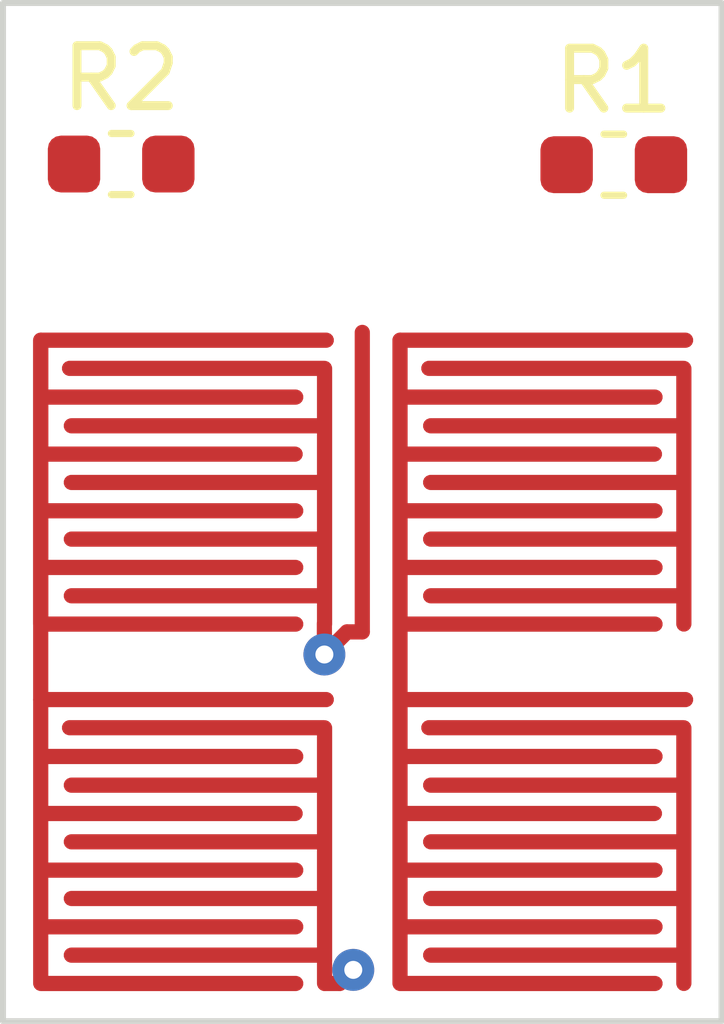
<source format=kicad_pcb>
(kicad_pcb (version 20171130) (host pcbnew "(5.1.6)-1")

  (general
    (thickness 1.6)
    (drawings 1)
    (tracks 10)
    (zones 0)
    (modules 6)
    (nets 5)
  )

  (page A4)
  (layers
    (0 F.Cu signal)
    (31 B.Cu signal)
    (32 B.Adhes user)
    (33 F.Adhes user)
    (34 B.Paste user)
    (35 F.Paste user)
    (36 B.SilkS user)
    (37 F.SilkS user)
    (38 B.Mask user)
    (39 F.Mask user)
    (40 Dwgs.User user)
    (41 Cmts.User user)
    (42 Eco1.User user)
    (43 Eco2.User user)
    (44 Edge.Cuts user)
    (45 Margin user)
    (46 B.CrtYd user)
    (47 F.CrtYd user)
    (48 B.Fab user hide)
    (49 F.Fab user hide)
  )

  (setup
    (last_trace_width 0.254)
    (trace_clearance 0.1524)
    (zone_clearance 0.508)
    (zone_45_only no)
    (trace_min 0.2)
    (via_size 0.7)
    (via_drill 0.3)
    (via_min_size 0.4)
    (via_min_drill 0.3)
    (uvia_size 0.3)
    (uvia_drill 0.1)
    (uvias_allowed no)
    (uvia_min_size 0.2)
    (uvia_min_drill 0.1)
    (edge_width 0.05)
    (segment_width 0.2)
    (pcb_text_width 0.3)
    (pcb_text_size 1.5 1.5)
    (mod_edge_width 0.12)
    (mod_text_size 1 1)
    (mod_text_width 0.15)
    (pad_size 1.524 1.524)
    (pad_drill 0.762)
    (pad_to_mask_clearance 0.05)
    (aux_axis_origin 0 0)
    (grid_origin 117 53)
    (visible_elements 7FFFFFFF)
    (pcbplotparams
      (layerselection 0x010fc_ffffffff)
      (usegerberextensions false)
      (usegerberattributes true)
      (usegerberadvancedattributes true)
      (creategerberjobfile true)
      (excludeedgelayer true)
      (linewidth 0.100000)
      (plotframeref false)
      (viasonmask false)
      (mode 1)
      (useauxorigin false)
      (hpglpennumber 1)
      (hpglpenspeed 20)
      (hpglpendiameter 15.000000)
      (psnegative false)
      (psa4output false)
      (plotreference true)
      (plotvalue true)
      (plotinvisibletext false)
      (padsonsilk false)
      (subtractmaskfromsilk false)
      (outputformat 1)
      (mirror false)
      (drillshape 1)
      (scaleselection 1)
      (outputdirectory ""))
  )

  (net 0 "")
  (net 1 /Col_2)
  (net 2 /Row_1)
  (net 3 /Col_1)
  (net 4 /Row_2)

  (net_class Default "This is the default net class."
    (clearance 0.1524)
    (trace_width 0.254)
    (via_dia 0.7)
    (via_drill 0.3)
    (uvia_dia 0.3)
    (uvia_drill 0.1)
    (add_net /Col_1)
    (add_net /Col_2)
    (add_net /Row_1)
    (add_net /Row_2)
  )

  (module Resistor_SMD:R_0603_1608Metric (layer F.Cu) (tedit 5B301BBD) (tstamp 616B74D7)
    (at 118.97358 50.6886)
    (descr "Resistor SMD 0603 (1608 Metric), square (rectangular) end terminal, IPC_7351 nominal, (Body size source: http://www.tortai-tech.com/upload/download/2011102023233369053.pdf), generated with kicad-footprint-generator")
    (tags resistor)
    (path /616BBB1D)
    (attr smd)
    (fp_text reference R2 (at 0 -1.43) (layer F.SilkS)
      (effects (font (size 1 1) (thickness 0.15)))
    )
    (fp_text value R_Small_US (at 0 1.43) (layer F.Fab)
      (effects (font (size 1 1) (thickness 0.15)))
    )
    (fp_line (start 1.48 0.73) (end -1.48 0.73) (layer F.CrtYd) (width 0.05))
    (fp_line (start 1.48 -0.73) (end 1.48 0.73) (layer F.CrtYd) (width 0.05))
    (fp_line (start -1.48 -0.73) (end 1.48 -0.73) (layer F.CrtYd) (width 0.05))
    (fp_line (start -1.48 0.73) (end -1.48 -0.73) (layer F.CrtYd) (width 0.05))
    (fp_line (start -0.162779 0.51) (end 0.162779 0.51) (layer F.SilkS) (width 0.12))
    (fp_line (start -0.162779 -0.51) (end 0.162779 -0.51) (layer F.SilkS) (width 0.12))
    (fp_line (start 0.8 0.4) (end -0.8 0.4) (layer F.Fab) (width 0.1))
    (fp_line (start 0.8 -0.4) (end 0.8 0.4) (layer F.Fab) (width 0.1))
    (fp_line (start -0.8 -0.4) (end 0.8 -0.4) (layer F.Fab) (width 0.1))
    (fp_line (start -0.8 0.4) (end -0.8 -0.4) (layer F.Fab) (width 0.1))
    (fp_text user %R (at 0 0) (layer F.Fab)
      (effects (font (size 0.4 0.4) (thickness 0.06)))
    )
    (pad 2 smd roundrect (at 0.7875 0) (size 0.875 0.95) (layers F.Cu F.Paste F.Mask) (roundrect_rratio 0.25)
      (net 2 /Row_1))
    (pad 1 smd roundrect (at -0.7875 0) (size 0.875 0.95) (layers F.Cu F.Paste F.Mask) (roundrect_rratio 0.25)
      (net 4 /Row_2))
    (model ${KISYS3DMOD}/Resistor_SMD.3dshapes/R_0603_1608Metric.wrl
      (at (xyz 0 0 0))
      (scale (xyz 1 1 1))
      (rotate (xyz 0 0 0))
    )
  )

  (module Resistor_SMD:R_0603_1608Metric (layer F.Cu) (tedit 5B301BBD) (tstamp 616B7485)
    (at 127.2 50.7 180)
    (descr "Resistor SMD 0603 (1608 Metric), square (rectangular) end terminal, IPC_7351 nominal, (Body size source: http://www.tortai-tech.com/upload/download/2011102023233369053.pdf), generated with kicad-footprint-generator")
    (tags resistor)
    (path /616BB251)
    (attr smd)
    (fp_text reference R1 (at 0 1.4) (layer F.SilkS)
      (effects (font (size 1 1) (thickness 0.15)))
    )
    (fp_text value R_Small_US (at 0 1.43) (layer F.Fab)
      (effects (font (size 1 1) (thickness 0.15)))
    )
    (fp_line (start 1.48 0.73) (end -1.48 0.73) (layer F.CrtYd) (width 0.05))
    (fp_line (start 1.48 -0.73) (end 1.48 0.73) (layer F.CrtYd) (width 0.05))
    (fp_line (start -1.48 -0.73) (end 1.48 -0.73) (layer F.CrtYd) (width 0.05))
    (fp_line (start -1.48 0.73) (end -1.48 -0.73) (layer F.CrtYd) (width 0.05))
    (fp_line (start -0.162779 0.51) (end 0.162779 0.51) (layer F.SilkS) (width 0.12))
    (fp_line (start -0.162779 -0.51) (end 0.162779 -0.51) (layer F.SilkS) (width 0.12))
    (fp_line (start 0.8 0.4) (end -0.8 0.4) (layer F.Fab) (width 0.1))
    (fp_line (start 0.8 -0.4) (end 0.8 0.4) (layer F.Fab) (width 0.1))
    (fp_line (start -0.8 -0.4) (end 0.8 -0.4) (layer F.Fab) (width 0.1))
    (fp_line (start -0.8 0.4) (end -0.8 -0.4) (layer F.Fab) (width 0.1))
    (fp_text user %R (at 0 0) (layer F.Fab)
      (effects (font (size 0.4 0.4) (thickness 0.06)))
    )
    (pad 2 smd roundrect (at 0.7875 0 180) (size 0.875 0.95) (layers F.Cu F.Paste F.Mask) (roundrect_rratio 0.25)
      (net 3 /Col_1))
    (pad 1 smd roundrect (at -0.7875 0 180) (size 0.875 0.95) (layers F.Cu F.Paste F.Mask) (roundrect_rratio 0.25)
      (net 1 /Col_2))
    (model ${KISYS3DMOD}/Resistor_SMD.3dshapes/R_0603_1608Metric.wrl
      (at (xyz 0 0 0))
      (scale (xyz 1 1 1))
      (rotate (xyz 0 0 0))
    )
  )

  (module MyLibs:PCB_Fork_10mils_5mmx5mm (layer F.Cu) (tedit 5FA85E24) (tstamp 616B70EC)
    (at 123.5 59.5)
    (path /616B5F47)
    (fp_text reference J4 (at 1.975 -1.325) (layer F.Fab)
      (effects (font (size 1 1) (thickness 0.15)))
    )
    (fp_text value Conn_01x02_Male (at -0.025 5.95) (layer F.Fab)
      (effects (font (size 1 1) (thickness 0.15)))
    )
    (pad 1 smd custom (at 4.875 4.875) (size 0.24 0.24) (layers F.Cu F.Mask)
      (net 4 /Row_2) (zone_connect 0)
      (options (clearance outline) (anchor circle))
      (primitives
        (gr_line (start -0.015 -4.275) (end -4.265 -4.275) (width 0.254))
        (gr_line (start -0.015 -2.37) (end -4.235 -2.37) (width 0.254))
        (gr_line (start -0.015 -3.316) (end -4.235 -3.316) (width 0.254))
        (gr_line (start -0.005 -0.005) (end -0.005 -4.275) (width 0.254))
        (gr_line (start -0.015 -1.424) (end -4.235 -1.424) (width 0.254))
        (gr_line (start -0.015 -0.478) (end -4.235 -0.478) (width 0.254))
      ))
    (pad 2 smd custom (at 0.125 0.125) (size 0.24 0.24) (layers F.Cu F.Mask)
      (net 1 /Col_2) (zone_connect 0)
      (options (clearance outline) (anchor circle))
      (primitives
        (gr_line (start 0.015 0.955) (end 4.265 0.955) (width 0.254))
        (gr_line (start 0.005 3.799) (end 4.265 3.799) (width 0.254))
        (gr_line (start 0.005 0.005) (end 4.775 0.005) (width 0.254))
        (gr_line (start 0.005 2.853) (end 4.265 2.853) (width 0.254))
        (gr_line (start 0.015 1.907) (end 4.255 1.907) (width 0.254))
        (gr_line (start 0.005 4.745) (end 4.265 4.745) (width 0.254))
        (gr_line (start 0.005 4.745) (end 0.005 0.005) (width 0.254))
      ))
  )

  (module MyLibs:PCB_Fork_10mils_5mmx5mm (layer F.Cu) (tedit 5FA85E24) (tstamp 616B70E6)
    (at 117.5 59.5)
    (path /616B5B72)
    (fp_text reference J2 (at 1.975 -1.325) (layer F.Fab)
      (effects (font (size 1 1) (thickness 0.15)))
    )
    (fp_text value Conn_01x02_Male (at -0.025 5.95) (layer F.Fab)
      (effects (font (size 1 1) (thickness 0.15)))
    )
    (pad 1 smd custom (at 4.875 4.875) (size 0.24 0.24) (layers F.Cu F.Mask)
      (net 4 /Row_2) (zone_connect 0)
      (options (clearance outline) (anchor circle))
      (primitives
        (gr_line (start -0.015 -4.275) (end -4.265 -4.275) (width 0.254))
        (gr_line (start -0.015 -2.37) (end -4.235 -2.37) (width 0.254))
        (gr_line (start -0.015 -3.316) (end -4.235 -3.316) (width 0.254))
        (gr_line (start -0.005 -0.005) (end -0.005 -4.275) (width 0.254))
        (gr_line (start -0.015 -1.424) (end -4.235 -1.424) (width 0.254))
        (gr_line (start -0.015 -0.478) (end -4.235 -0.478) (width 0.254))
      ))
    (pad 2 smd custom (at 0.125 0.125) (size 0.24 0.24) (layers F.Cu F.Mask)
      (net 3 /Col_1) (zone_connect 0)
      (options (clearance outline) (anchor circle))
      (primitives
        (gr_line (start 0.015 0.955) (end 4.265 0.955) (width 0.254))
        (gr_line (start 0.005 3.799) (end 4.265 3.799) (width 0.254))
        (gr_line (start 0.005 0.005) (end 4.775 0.005) (width 0.254))
        (gr_line (start 0.005 2.853) (end 4.265 2.853) (width 0.254))
        (gr_line (start 0.015 1.907) (end 4.255 1.907) (width 0.254))
        (gr_line (start 0.005 4.745) (end 4.265 4.745) (width 0.254))
        (gr_line (start 0.005 4.745) (end 0.005 0.005) (width 0.254))
      ))
  )

  (module MyLibs:PCB_Fork_10mils_5mmx5mm (layer F.Cu) (tedit 5FA85E24) (tstamp 616B70E0)
    (at 117.5 53.5)
    (path /616B3D83)
    (fp_text reference J1 (at 1.975 -1.325) (layer F.Fab)
      (effects (font (size 1 1) (thickness 0.15)))
    )
    (fp_text value Conn_01x02_Male (at -0.025 5.95) (layer F.Fab)
      (effects (font (size 1 1) (thickness 0.15)))
    )
    (pad 1 smd custom (at 4.875 4.875) (size 0.24 0.24) (layers F.Cu F.Mask)
      (net 2 /Row_1) (zone_connect 0)
      (options (clearance outline) (anchor circle))
      (primitives
        (gr_line (start -0.015 -4.275) (end -4.265 -4.275) (width 0.254))
        (gr_line (start -0.015 -2.37) (end -4.235 -2.37) (width 0.254))
        (gr_line (start -0.015 -3.316) (end -4.235 -3.316) (width 0.254))
        (gr_line (start -0.005 -0.005) (end -0.005 -4.275) (width 0.254))
        (gr_line (start -0.015 -1.424) (end -4.235 -1.424) (width 0.254))
        (gr_line (start -0.015 -0.478) (end -4.235 -0.478) (width 0.254))
      ))
    (pad 2 smd custom (at 0.125 0.125) (size 0.24 0.24) (layers F.Cu F.Mask)
      (net 3 /Col_1) (zone_connect 0)
      (options (clearance outline) (anchor circle))
      (primitives
        (gr_line (start 0.015 0.955) (end 4.265 0.955) (width 0.254))
        (gr_line (start 0.005 3.799) (end 4.265 3.799) (width 0.254))
        (gr_line (start 0.005 0.005) (end 4.775 0.005) (width 0.254))
        (gr_line (start 0.005 2.853) (end 4.265 2.853) (width 0.254))
        (gr_line (start 0.015 1.907) (end 4.255 1.907) (width 0.254))
        (gr_line (start 0.005 4.745) (end 4.265 4.745) (width 0.254))
        (gr_line (start 0.005 4.745) (end 0.005 0.005) (width 0.254))
      ))
  )

  (module MyLibs:PCB_Fork_10mils_5mmx5mm (layer F.Cu) (tedit 5FA85E24) (tstamp 616B70DA)
    (at 123.5 53.5)
    (path /616B536D)
    (fp_text reference J3 (at 1.975 -1.325) (layer F.Fab)
      (effects (font (size 1 1) (thickness 0.15)))
    )
    (fp_text value Conn_01x02_Male (at -0.025 5.95) (layer F.Fab)
      (effects (font (size 1 1) (thickness 0.15)))
    )
    (pad 1 smd custom (at 4.875 4.875) (size 0.24 0.24) (layers F.Cu F.Mask)
      (net 2 /Row_1) (zone_connect 0)
      (options (clearance outline) (anchor circle))
      (primitives
        (gr_line (start -0.015 -4.275) (end -4.265 -4.275) (width 0.254))
        (gr_line (start -0.015 -2.37) (end -4.235 -2.37) (width 0.254))
        (gr_line (start -0.015 -3.316) (end -4.235 -3.316) (width 0.254))
        (gr_line (start -0.005 -0.005) (end -0.005 -4.275) (width 0.254))
        (gr_line (start -0.015 -1.424) (end -4.235 -1.424) (width 0.254))
        (gr_line (start -0.015 -0.478) (end -4.235 -0.478) (width 0.254))
      ))
    (pad 2 smd custom (at 0.125 0.125) (size 0.24 0.24) (layers F.Cu F.Mask)
      (net 1 /Col_2) (zone_connect 0)
      (options (clearance outline) (anchor circle))
      (primitives
        (gr_line (start 0.015 0.955) (end 4.265 0.955) (width 0.254))
        (gr_line (start 0.005 3.799) (end 4.265 3.799) (width 0.254))
        (gr_line (start 0.005 0.005) (end 4.775 0.005) (width 0.254))
        (gr_line (start 0.005 2.853) (end 4.265 2.853) (width 0.254))
        (gr_line (start 0.015 1.907) (end 4.255 1.907) (width 0.254))
        (gr_line (start 0.005 4.745) (end 4.265 4.745) (width 0.254))
        (gr_line (start 0.005 4.745) (end 0.005 0.005) (width 0.254))
      ))
  )

  (gr_poly (pts (xy 129 65) (xy 117 65) (xy 117 48) (xy 129 48)) (layer Edge.Cuts) (width 0.1))

  (segment (start 123.62992 53.62992) (end 123.62992 59.62924) (width 0.254) (layer F.Cu) (net 1) (tstamp 616BE3DC))
  (via (at 122.36702 58.87748) (size 0.7) (drill 0.3) (layers F.Cu B.Cu) (net 2) (tstamp 616D18DE))
  (segment (start 122.36702 58.87748) (end 122.7445 58.5) (width 0.254) (layer F.Cu) (net 2))
  (segment (start 122.36702 58.36722) (end 122.36702 58.87748) (width 0.254) (layer F.Cu) (net 2) (tstamp 616C1693))
  (segment (start 122.7445 58.5) (end 123 58.5) (width 0.254) (layer F.Cu) (net 2))
  (segment (start 123 58.5) (end 123 53.5) (width 0.254) (layer F.Cu) (net 2))
  (segment (start 117.62992 53.62992) (end 117.62992 59.62924) (width 0.254) (layer F.Cu) (net 3))
  (segment (start 122.62284 64.36976) (end 122.84962 64.14298) (width 0.254) (layer F.Cu) (net 4) (tstamp 616C1694))
  (segment (start 122.37238 64.36976) (end 122.62284 64.36976) (width 0.254) (layer F.Cu) (net 4) (tstamp 616C1695))
  (via (at 122.84962 64.14298) (size 0.7) (drill 0.3) (layers F.Cu B.Cu) (net 4) (tstamp 616D1983))

)

</source>
